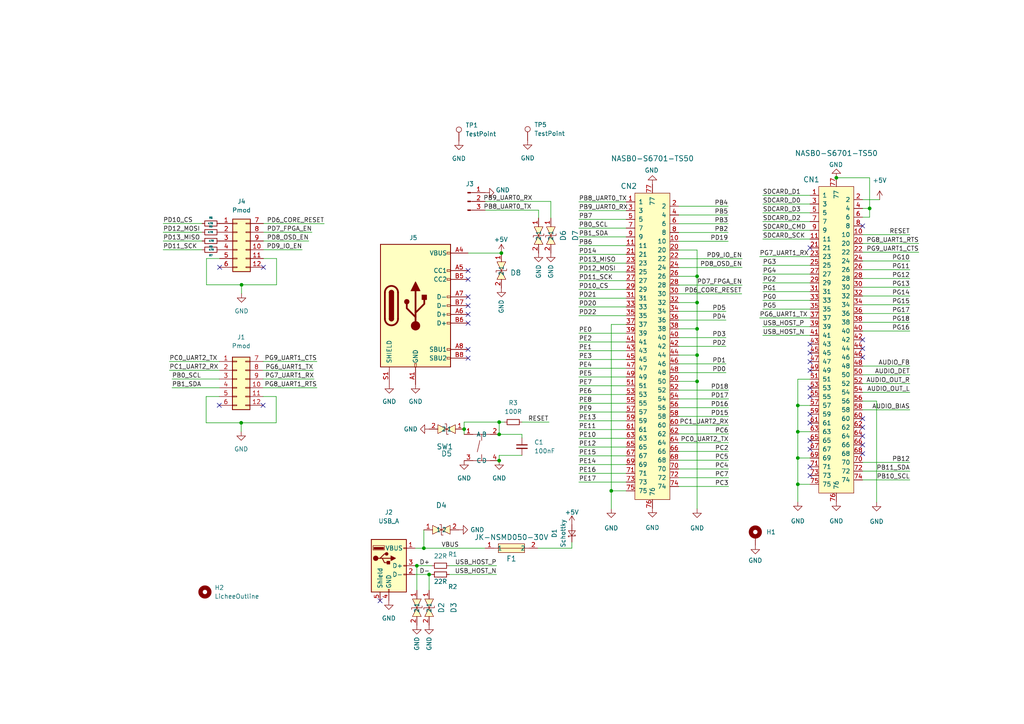
<source format=kicad_sch>
(kicad_sch (version 20211123) (generator eeschema)
  (paper "A4")
  (title_block (title "MiSTeX Allwinner D1 cape for Terasic DECA") (date "2023-03-02") (rev "rev0") (company "Hans Baier"))
  (lib_symbols
    (symbol "Connector:Conn_01x03_Male" (pin_names (offset 1.016) hide)
      (property "Reference" "J" (at 0 5.08 0))
      (property "Value" "Conn_01x03_Male" (at 0 -5.08 0))
      (symbol "Conn_01x03_Male_1_1"
        (polyline (pts (xy 1.27 -2.54) (xy 0.8636 -2.54)) (stroke (width 0.1524)))
        (polyline (pts (xy 1.27 0) (xy 0.8636 0)) (stroke (width 0.1524)))
        (polyline (pts (xy 1.27 2.54) (xy 0.8636 2.54)) (stroke (width 0.1524)))
        (rectangle (start 0.8636 -2.413) (end 0 -2.667) (stroke (width 0.1524)) (fill (type outline)))
        (rectangle (start 0.8636 0.127) (end 0 -0.127) (stroke (width 0.1524)) (fill (type outline)))
        (rectangle (start 0.8636 2.667) (end 0 2.413) (stroke (width 0.1524)) (fill (type outline)))
        (pin passive line (at 5.08 2.54 180) (length 3.81) (name "Pin_1") (number "1"))
        (pin passive line (at 5.08 0 180) (length 3.81) (name "Pin_2") (number "2"))
        (pin passive line (at 5.08 -2.54 180) (length 3.81) (name "Pin_3") (number "3"))
      )
    )
    (symbol "Connector:TestPoint" (pin_numbers hide) (pin_names (offset 0.762) hide)
      (property "Reference" "TP" (at 0 6.858 0))
      (property "Value" "TestPoint" (at 0 5.08 0))
      (symbol "TestPoint_0_1"
        (circle (center 0 3.302) (radius 0.762))
      )
      (symbol "TestPoint_1_1"
        (pin passive line (at 0 0 90) (length 2.54) (name "1") (number "1"))
      )
    )
    (symbol "Connector:USB_A" (pin_names (offset 1.016))
      (property "Reference" "J" (at -5.08 11.43 0))
      (property "Value" "USB_A" (at -5.08 8.89 0))
      (symbol "USB_A_0_1"
        (rectangle (start -5.08 -7.62) (end 5.08 7.62) (stroke (width 0.254)) (fill (type background)))
        (circle (center -3.81 2.159) (radius 0.635) (stroke (width 0.254)) (fill (type outline)))
        (rectangle (start -1.524 4.826) (end -4.318 5.334) (fill (type outline)))
        (rectangle (start -1.27 4.572) (end -4.572 5.842))
        (circle (center -0.635 3.429) (radius 0.381) (stroke (width 0.254)) (fill (type outline)))
        (rectangle (start -0.127 -7.62) (end 0.127 -6.858))
        (polyline (pts (xy -3.175 2.159) (xy -2.54 2.159) (xy -1.27 3.429) (xy -0.635 3.429)) (stroke (width 0.254)))
        (polyline (pts (xy -2.54 2.159) (xy -1.905 2.159) (xy -1.27 0.889) (xy 0 0.889)) (stroke (width 0.254)))
        (polyline (pts (xy 0.635 2.794) (xy 0.635 1.524) (xy 1.905 2.159) (xy 0.635 2.794)) (stroke (width 0.254)) (fill (type outline)))
        (rectangle (start 0.254 1.27) (end -0.508 0.508) (stroke (width 0.254)) (fill (type outline)))
        (rectangle (start 5.08 -2.667) (end 4.318 -2.413))
        (rectangle (start 5.08 -0.127) (end 4.318 0.127))
        (rectangle (start 5.08 4.953) (end 4.318 5.207))
      )
      (symbol "USB_A_1_1"
        (polyline (pts (xy -1.905 2.159) (xy 0.635 2.159)) (stroke (width 0.254)))
        (pin power_in line (at 7.62 5.08 180) (length 2.54) (name "VBUS") (number "1"))
        (pin bidirectional line (at 7.62 -2.54 180) (length 2.54) (name "D-") (number "2"))
        (pin bidirectional line (at 7.62 0 180) (length 2.54) (name "D+") (number "3"))
        (pin power_in line (at 0 -10.16 90) (length 2.54) (name "GND") (number "4"))
        (pin passive line (at -2.54 -10.16 90) (length 2.54) (name "Shield") (number "5"))
      )
    )
    (symbol "Connector_Generic:Conn_02x06_Top_Bottom" (pin_names (offset 1.016) hide)
      (property "Reference" "J" (at 1.27 7.62 0))
      (property "Value" "Conn_02x06_Top_Bottom" (at 1.27 -10.16 0))
      (symbol "Conn_02x06_Top_Bottom_1_1"
        (rectangle (start -1.27 -7.493) (end 0 -7.747) (stroke (width 0.1524)))
        (rectangle (start -1.27 -4.953) (end 0 -5.207) (stroke (width 0.1524)))
        (rectangle (start -1.27 -2.413) (end 0 -2.667) (stroke (width 0.1524)))
        (rectangle (start -1.27 0.127) (end 0 -0.127) (stroke (width 0.1524)))
        (rectangle (start -1.27 2.667) (end 0 2.413) (stroke (width 0.1524)))
        (rectangle (start -1.27 5.207) (end 0 4.953) (stroke (width 0.1524)))
        (rectangle (start -1.27 6.35) (end 3.81 -8.89) (stroke (width 0.254)) (fill (type background)))
        (rectangle (start 3.81 -7.493) (end 2.54 -7.747) (stroke (width 0.1524)))
        (rectangle (start 3.81 -4.953) (end 2.54 -5.207) (stroke (width 0.1524)))
        (rectangle (start 3.81 -2.413) (end 2.54 -2.667) (stroke (width 0.1524)))
        (rectangle (start 3.81 0.127) (end 2.54 -0.127) (stroke (width 0.1524)))
        (rectangle (start 3.81 2.667) (end 2.54 2.413) (stroke (width 0.1524)))
        (rectangle (start 3.81 5.207) (end 2.54 4.953) (stroke (width 0.1524)))
        (pin passive line (at -5.08 5.08 0) (length 3.81) (name "Pin_1") (number "1"))
        (pin passive line (at 7.62 -2.54 180) (length 3.81) (name "Pin_10") (number "10"))
        (pin passive line (at 7.62 -5.08 180) (length 3.81) (name "Pin_11") (number "11"))
        (pin passive line (at 7.62 -7.62 180) (length 3.81) (name "Pin_12") (number "12"))
        (pin passive line (at -5.08 2.54 0) (length 3.81) (name "Pin_2") (number "2"))
        (pin passive line (at -5.08 0 0) (length 3.81) (name "Pin_3") (number "3"))
        (pin passive line (at -5.08 -2.54 0) (length 3.81) (name "Pin_4") (number "4"))
        (pin passive line (at -5.08 -5.08 0) (length 3.81) (name "Pin_5") (number "5"))
        (pin passive line (at -5.08 -7.62 0) (length 3.81) (name "Pin_6") (number "6"))
        (pin passive line (at 7.62 5.08 180) (length 3.81) (name "Pin_7") (number "7"))
        (pin passive line (at 7.62 2.54 180) (length 3.81) (name "Pin_8") (number "8"))
        (pin passive line (at 7.62 0 180) (length 3.81) (name "Pin_9") (number "9"))
      )
    )
    (symbol "Device:D_Schottky_Small" (pin_numbers hide) (pin_names (offset 0.254) hide)
      (property "Reference" "D" (at -1.27 2.032 0))
      (property "Value" "D_Schottky_Small" (at -7.112 -2.032 0))
      (symbol "D_Schottky_Small_0_1"
        (polyline (pts (xy -0.762 -1.016) (xy -0.762 1.016)))
        (polyline (pts (xy -0.762 0) (xy 0.762 0)))
        (polyline (pts (xy -0.762 -1.016) (xy -0.508 -1.016) (xy -0.508 -0.762)))
        (polyline (pts (xy -0.762 1.016) (xy -1.016 1.016) (xy -1.016 0.762)))
        (polyline (pts (xy 0.762 -1.016) (xy -0.762 0) (xy 0.762 1.016) (xy 0.762 -1.016)))
      )
      (symbol "D_Schottky_Small_1_1"
        (pin passive line (at -2.54 0 0) (length 1.778) (name "K") (number "1"))
        (pin passive line (at 2.54 0 180) (length 1.778) (name "A") (number "2"))
      )
    )
    (symbol "Mechanical:MountingHole" (pin_names (offset 1.016))
      (property "Reference" "H" (at 0 5.08 0))
      (property "Value" "MountingHole" (at 0 3.175 0))
      (symbol "MountingHole_0_1"
        (circle (center 0 0) (radius 1.27) (stroke (width 1.27)))
      )
    )
    (symbol "Mechanical:MountingHole_Pad" (pin_numbers hide) (pin_names (offset 1.016) hide)
      (property "Reference" "H" (at 0 6.35 0))
      (property "Value" "MountingHole_Pad" (at 0 4.445 0))
      (symbol "MountingHole_Pad_0_1"
        (circle (center 0 1.27) (radius 1.27) (stroke (width 1.27)))
      )
      (symbol "MountingHole_Pad_1_1"
        (pin input line (at 0 -2.54 90) (length 2.54) (name "1") (number "1"))
      )
    )
    (symbol "easyeda2kicad:JK-NSMD050-30V" (pin_names (offset 1.016))
      (property "Reference" "F?" (at 0 5.08 0))
      (property "Value" "JK-NSMD050-30V" (at 0 -5.08 0))
      (symbol "JK-NSMD050-30V_1_1"
        (rectangle (start -3.81 1.27) (end 3.81 -1.27) (fill (type background)))
        (polyline (pts (xy -5.08 0) (xy 5.08 0)))
        (pin unspecified line (at -7.62 0 0) (length 2.54) (name "1") (number "1"))
        (pin unspecified line (at 7.62 0 180) (length 2.54) (name "2") (number "2"))
      )
    )
    (symbol "easyeda2kicad:LXES15AAA1-133" (pin_names (offset 1.016))
      (property "Reference" "D?" (at 0 5.08 0))
      (property "Value" "LXES15AAA1-133" (at 0 -5.08 0))
      (symbol "LXES15AAA1-133_1_1"
        (polyline (pts (xy -2.54 1.27) (xy 0 0) (xy -2.54 -1.27) (xy -2.54 1.27)) (fill (type background)))
        (polyline (pts (xy 2.54 1.27) (xy 0 0) (xy 2.54 -1.27) (xy 2.54 1.27)) (fill (type background)))
        (polyline (pts (xy -0.508 1.524) (xy -0.508 1.524) (xy 0 1.524) (xy 0 -1.524) (xy 0.508 -1.524) (xy 0.508 -1.524)))
        (pin unspecified line (at -5.08 0 0) (length 2.54) (name "1") (number "1"))
        (pin unspecified line (at 5.08 0 180) (length 2.54) (name "2") (number "2"))
      )
    )
    (symbol "easyeda2kicad:NASB0-S6701-TS50" (pin_names (offset 1.016))
      (property "Reference" "CN?" (at 0 57.15 0))
      (property "Value" "NASB0-S6701-TS50" (at 0 -46.99 0))
      (symbol "NASB0-S6701-TS50_1_1"
        (rectangle (start -5.08 49.53) (end 5.08 -39.37) (fill (type background)))
        (pin unspecified line (at -7.62 46.99 0) (length 2.54) (name "1") (number "1"))
        (pin unspecified line (at 7.62 35.56 180) (length 2.54) (name "10") (number "10"))
        (pin unspecified line (at -7.62 34.29 0) (length 2.54) (name "11") (number "11"))
        (pin unspecified line (at 7.62 45.72 180) (length 2.54) (name "2") (number "2"))
        (pin unspecified line (at 7.62 33.02 180) (length 2.54) (name "20") (number "20"))
        (pin unspecified line (at -7.62 31.75 0) (length 2.54) (name "21") (number "21"))
        (pin unspecified line (at 7.62 30.48 180) (length 2.54) (name "22") (number "22"))
        (pin unspecified line (at -7.62 29.21 0) (length 2.54) (name "23") (number "23"))
        (pin unspecified line (at 7.62 27.94 180) (length 2.54) (name "24") (number "24"))
        (pin unspecified line (at -7.62 26.67 0) (length 2.54) (name "25") (number "25"))
        (pin unspecified line (at 7.62 25.4 180) (length 2.54) (name "26") (number "26"))
        (pin unspecified line (at -7.62 24.13 0) (length 2.54) (name "27") (number "27"))
        (pin unspecified line (at 7.62 22.86 180) (length 2.54) (name "28") (number "28"))
        (pin unspecified line (at -7.62 21.59 0) (length 2.54) (name "29") (number "29"))
        (pin unspecified line (at -7.62 44.45 0) (length 2.54) (name "3") (number "3"))
        (pin unspecified line (at 7.62 20.32 180) (length 2.54) (name "30") (number "30"))
        (pin unspecified line (at -7.62 19.05 0) (length 2.54) (name "31") (number "31"))
        (pin unspecified line (at 7.62 17.78 180) (length 2.54) (name "32") (number "32"))
        (pin unspecified line (at -7.62 16.51 0) (length 2.54) (name "33") (number "33"))
        (pin unspecified line (at 7.62 15.24 180) (length 2.54) (name "34") (number "34"))
        (pin unspecified line (at -7.62 13.97 0) (length 2.54) (name "35") (number "35"))
        (pin unspecified line (at 7.62 12.7 180) (length 2.54) (name "36") (number "36"))
        (pin unspecified line (at -7.62 11.43 0) (length 2.54) (name "37") (number "37"))
        (pin unspecified line (at 7.62 10.16 180) (length 2.54) (name "38") (number "38"))
        (pin unspecified line (at -7.62 8.89 0) (length 2.54) (name "39") (number "39"))
        (pin unspecified line (at 7.62 43.18 180) (length 2.54) (name "4") (number "4"))
        (pin unspecified line (at 7.62 7.62 180) (length 2.54) (name "40") (number "40"))
        (pin unspecified line (at -7.62 6.35 0) (length 2.54) (name "41") (number "41"))
        (pin unspecified line (at 7.62 5.08 180) (length 2.54) (name "42") (number "42"))
        (pin unspecified line (at -7.62 3.81 0) (length 2.54) (name "43") (number "43"))
        (pin unspecified line (at 7.62 2.54 180) (length 2.54) (name "44") (number "44"))
        (pin unspecified line (at -7.62 1.27 0) (length 2.54) (name "45") (number "45"))
        (pin unspecified line (at 7.62 0 180) (length 2.54) (name "46") (number "46"))
        (pin unspecified line (at -7.62 -1.27 0) (length 2.54) (name "47") (number "47"))
        (pin unspecified line (at 7.62 -2.54 180) (length 2.54) (name "48") (number "48"))
        (pin unspecified line (at -7.62 -3.81 0) (length 2.54) (name "49") (number "49"))
        (pin unspecified line (at -7.62 41.91 0) (length 2.54) (name "5") (number "5"))
        (pin unspecified line (at 7.62 -5.08 180) (length 2.54) (name "50") (number "50"))
        (pin unspecified line (at -7.62 -6.35 0) (length 2.54) (name "51") (number "51"))
        (pin unspecified line (at 7.62 -7.62 180) (length 2.54) (name "52") (number "52"))
        (pin unspecified line (at -7.62 -8.89 0) (length 2.54) (name "53") (number "53"))
        (pin unspecified line (at 7.62 -10.16 180) (length 2.54) (name "54") (number "54"))
        (pin unspecified line (at -7.62 -11.43 0) (length 2.54) (name "55") (number "55"))
        (pin unspecified line (at 7.62 -12.7 180) (length 2.54) (name "56") (number "56"))
        (pin unspecified line (at -7.62 -13.97 0) (length 2.54) (name "57") (number "57"))
        (pin unspecified line (at 7.62 -15.24 180) (length 2.54) (name "58") (number "58"))
        (pin unspecified line (at -7.62 -16.51 0) (length 2.54) (name "59") (number "59"))
        (pin unspecified line (at 7.62 40.64 180) (length 2.54) (name "6") (number "6"))
        (pin unspecified line (at 7.62 -17.78 180) (length 2.54) (name "60") (number "60"))
        (pin unspecified line (at -7.62 -19.05 0) (length 2.54) (name "61") (number "61"))
        (pin unspecified line (at 7.62 -20.32 180) (length 2.54) (name "62") (number "62"))
        (pin unspecified line (at -7.62 -21.59 0) (length 2.54) (name "63") (number "63"))
        (pin unspecified line (at 7.62 -22.86 180) (length 2.54) (name "64") (number "64"))
        (pin unspecified line (at -7.62 -24.13 0) (length 2.54) (name "65") (number "65"))
        (pin unspecified line (at 7.62 -25.4 180) (length 2.54) (name "66") (number "66"))
        (pin unspecified line (at -7.62 -26.67 0) (length 2.54) (name "67") (number "67"))
        (pin unspecified line (at 7.62 -27.94 180) (length 2.54) (name "68") (number "68"))
        (pin unspecified line (at -7.62 -29.21 0) (length 2.54) (name "69") (number "69"))
        (pin unspecified line (at -7.62 39.37 0) (length 2.54) (name "7") (number "7"))
        (pin unspecified line (at 7.62 -30.48 180) (length 2.54) (name "70") (number "70"))
        (pin unspecified line (at -7.62 -31.75 0) (length 2.54) (name "71") (number "71"))
        (pin unspecified line (at 7.62 -33.02 180) (length 2.54) (name "72") (number "72"))
        (pin unspecified line (at -7.62 -34.29 0) (length 2.54) (name "73") (number "73"))
        (pin unspecified line (at 7.62 -35.56 180) (length 2.54) (name "74") (number "74"))
        (pin unspecified line (at -7.62 -36.83 0) (length 2.54) (name "75") (number "75"))
        (pin unspecified line (at 0 -41.91 90) (length 2.54) (name "76") (number "76"))
        (pin unspecified line (at 0 52.07 270) (length 2.54) (name "77") (number "77"))
        (pin unspecified line (at 7.62 38.1 180) (length 2.54) (name "8") (number "8"))
        (pin unspecified line (at -7.62 36.83 0) (length 2.54) (name "9") (number "9"))
      )
    )
    (symbol "easyeda2kicad:TS-1187A-B-A-B" (pin_names (offset 1.016))
      (property "Reference" "SW?" (at 0 7.62 0))
      (property "Value" "TS-1187A-B-A-B" (at 0 -10.16 0))
      (symbol "TS-1187A-B-A-B_1_1"
        (polyline (pts (xy -2.54 -5.08) (xy 2.54 -5.08)))
        (polyline (pts (xy -2.54 2.54) (xy 2.54 2.54)))
        (polyline (pts (xy -0.508 0.762) (xy -1.27 -2.54)))
        (polyline (pts (xy 0 -3.302) (xy 0 -5.08)))
        (polyline (pts (xy 0 0.762) (xy 0 2.54)))
        (pin unspecified line (at -5.08 2.54 0) (length 2.54) (name "A") (number "1"))
        (pin unspecified line (at 5.08 2.54 180) (length 2.54) (name "B") (number "2"))
        (pin unspecified line (at -5.08 -5.08 0) (length 2.54) (name "C") (number "3"))
        (pin unspecified line (at 5.08 -5.08 180) (length 2.54) (name "D") (number "4"))
      )
    )
    (symbol "jlcpcb-basic-mlcc-0402:100nF" (pin_numbers hide) (pin_names (offset 0.254) hide)
      (property "Reference" "C" (at 0.635 2.54 0))
      (property "Value" "100nF" (at 0.635 -2.54 0))
      (symbol "100nF_0_1"
        (polyline (pts (xy -1.524 -0.508) (xy 1.524 -0.508)) (stroke (width 0.3302)))
        (polyline (pts (xy -1.524 0.508) (xy 1.524 0.508)) (stroke (width 0.3048)))
      )
      (symbol "100nF_1_1"
        (pin passive line (at 0 2.54 270) (length 2.032) (name "~") (number "1"))
        (pin passive line (at 0 -2.54 90) (length 2.032) (name "~") (number "2"))
      )
    )
    (symbol "jlcpcb-basic-resistor-0402:100R" (pin_numbers hide) (pin_names (offset 1.016) hide)
      (property "Reference" "R" (at 2.032 0 90))
      (property "Value" "100R" (at 0 0 90))
      (symbol "100R_0_1"
        (rectangle (start -0.762 1.778) (end 0.762 -1.778) (stroke (width 0.2032)))
      )
      (symbol "100R_1_1"
        (pin passive line (at 0 2.54 270) (length 0.762) (name "~") (number "1"))
        (pin passive line (at 0 -2.54 90) (length 0.762) (name "~") (number "2"))
      )
    )
    (symbol "jlcpcb-basic-resistor-0402:22R" (pin_numbers hide) (pin_names (offset 1.016) hide)
      (property "Reference" "R" (at 2.032 0 90))
      (property "Value" "22R" (at 0 0 90))
      (symbol "22R_0_1"
        (rectangle (start -0.762 1.778) (end 0.762 -1.778) (stroke (width 0.2032)))
      )
      (symbol "22R_1_1"
        (pin passive line (at 0 2.54 270) (length 0.762) (name "~") (number "1"))
        (pin passive line (at 0 -2.54 90) (length 0.762) (name "~") (number "2"))
      )
    )
    (symbol "jlcpcb-basic-resistor-0402:47R" (pin_numbers hide) (pin_names (offset 1.016) hide)
      (property "Reference" "R" (at 2.032 0 90))
      (property "Value" "47R" (at 0 0 90))
      (symbol "47R_0_1"
        (rectangle (start -0.762 1.778) (end 0.762 -1.778) (stroke (width 0.2032)))
      )
      (symbol "47R_1_1"
        (pin passive line (at 0 2.54 270) (length 0.762) (name "~") (number "1"))
        (pin passive line (at 0 -2.54 90) (length 0.762) (name "~") (number "2"))
      )
    )
    (symbol "power:+5V" (power) (pin_names (offset 0))
      (property "Value" "+5V" (at 0 3.556 0))
      (symbol "+5V_0_1"
        (polyline (pts (xy -0.762 1.27) (xy 0 2.54)))
        (polyline (pts (xy 0 0) (xy 0 2.54)))
        (polyline (pts (xy 0 2.54) (xy 0.762 1.27)))
      )
      (symbol "+5V_1_1"
        (pin power_in line (at 0 0 90) (length 0) hide (name "+5V") (number "1"))
      )
    )
    (symbol "power:GND" (power) (pin_names (offset 0))
      (property "Value" "GND" (at 0 -3.81 0))
      (symbol "GND_0_1"
        (polyline (pts (xy 0 0) (xy 0 -1.27) (xy 1.27 -1.27) (xy 0 -2.54) (xy -1.27 -1.27) (xy 0 -1.27)))
      )
      (symbol "GND_1_1"
        (pin power_in line (at 0 0 270) (length 0) hide (name "GND") (number "1"))
      )
    )
    (symbol "usb_ulpi:Connector_USB_C_Receptacle_USB2.0" (pin_names (offset 1.016))
      (property "Reference" "J" (at -10.16 19.05 0))
      (property "Value" "Connector_USB_C_Receptacle_USB2.0" (at 19.05 19.05 0))
      (symbol "Connector_USB_C_Receptacle_USB2.0_0_0"
        (rectangle (start -0.254 -17.78) (end 0.254 -16.764))
        (rectangle (start 10.16 -14.986) (end 9.144 -15.494))
        (rectangle (start 10.16 -12.446) (end 9.144 -12.954))
        (rectangle (start 10.16 -4.826) (end 9.144 -5.334))
        (rectangle (start 10.16 -2.286) (end 9.144 -2.794))
        (rectangle (start 10.16 0.254) (end 9.144 -0.254))
        (rectangle (start 10.16 2.794) (end 9.144 2.286))
        (rectangle (start 10.16 7.874) (end 9.144 7.366))
        (rectangle (start 10.16 10.414) (end 9.144 9.906))
        (rectangle (start 10.16 15.494) (end 9.144 14.986))
      )
      (symbol "Connector_USB_C_Receptacle_USB2.0_0_1"
        (rectangle (start -10.16 17.78) (end 10.16 -17.78) (stroke (width 0.254)) (fill (type background)))
        (arc (start -8.89 -3.81) (mid -6.985 -5.715) (end -5.08 -3.81) (stroke (width 0.508)))
        (arc (start -7.62 -3.81) (mid -6.985 -4.445) (end -6.35 -3.81) (stroke (width 0.254)))
        (arc (start -7.62 -3.81) (mid -6.985 -4.445) (end -6.35 -3.81) (stroke (width 0.254)) (fill (type outline)))
        (rectangle (start -7.62 -3.81) (end -6.35 3.81) (stroke (width 0.254)) (fill (type outline)))
        (arc (start -6.35 3.81) (mid -6.985 4.445) (end -7.62 3.81) (stroke (width 0.254)))
        (arc (start -6.35 3.81) (mid -6.985 4.445) (end -7.62 3.81) (stroke (width 0.254)) (fill (type outline)))
        (arc (start -5.08 3.81) (mid -6.985 5.715) (end -8.89 3.81) (stroke (width 0.508)))
        (circle (center -2.54 1.143) (radius 0.635) (stroke (width 0.254)) (fill (type outline)))
        (circle (center 0 -5.842) (radius 1.27) (fill (type outline)))
        (polyline (pts (xy -8.89 -3.81) (xy -8.89 3.81)) (stroke (width 0.508)))
        (polyline (pts (xy -5.08 3.81) (xy -5.08 -3.81)) (stroke (width 0.508)))
        (polyline (pts (xy 0 -5.842) (xy 0 4.318)) (stroke (width 0.508)))
        (polyline (pts (xy 0 -3.302) (xy -2.54 -0.762) (xy -2.54 0.508)) (stroke (width 0.508)))
        (polyline (pts (xy 0 -2.032) (xy 2.54 0.508) (xy 2.54 1.778)) (stroke (width 0.508)))
        (polyline (pts (xy -1.27 4.318) (xy 0 6.858) (xy 1.27 4.318) (xy -1.27 4.318)) (stroke (width 0.254)) (fill (type outline)))
        (rectangle (start 1.905 1.778) (end 3.175 3.048) (stroke (width 0.254)) (fill (type outline)))
      )
      (symbol "Connector_USB_C_Receptacle_USB2.0_1_1"
        (pin passive line (at 0 -22.86 90) (length 5.08) (name "GND") (number "A1"))
        (pin passive line (at 0 -22.86 90) (length 5.08) hide (name "GND") (number "A12"))
        (pin passive line (at 15.24 15.24 180) (length 5.08) (name "VBUS") (number "A4"))
        (pin bidirectional line (at 15.24 10.16 180) (length 5.08) (name "CC1") (number "A5"))
        (pin bidirectional line (at 15.24 -2.54 180) (length 5.08) (name "D+") (number "A6"))
        (pin bidirectional line (at 15.24 2.54 180) (length 5.08) (name "D-") (number "A7"))
        (pin bidirectional line (at 15.24 -12.7 180) (length 5.08) (name "SBU1") (number "A8"))
        (pin passive line (at 15.24 15.24 180) (length 5.08) hide (name "VBUS") (number "A9"))
        (pin passive line (at 0 -22.86 90) (length 5.08) hide (name "GND") (number "B1"))
        (pin passive line (at 0 -22.86 90) (length 5.08) hide (name "GND") (number "B12"))
        (pin passive line (at 15.24 15.24 180) (length 5.08) hide (name "VBUS") (number "B4"))
        (pin bidirectional line (at 15.24 7.62 180) (length 5.08) (name "CC2") (number "B5"))
        (pin bidirectional line (at 15.24 -5.08 180) (length 5.08) (name "D+") (number "B6"))
        (pin bidirectional line (at 15.24 0 180) (length 5.08) (name "D-") (number "B7"))
        (pin bidirectional line (at 15.24 -15.24 180) (length 5.08) (name "SBU2") (number "B8"))
        (pin passive line (at 15.24 15.24 180) (length 5.08) hide (name "VBUS") (number "B9"))
        (pin passive line (at -7.62 -22.86 90) (length 5.08) (name "SHIELD") (number "S1"))
      )
    )
  )
  (junction (at 231.394 125.222))
  (junction (at 70.0532 82.6008))
  (junction (at 124.46 166.624))
  (junction (at 144.78 125.984))
  (junction (at 69.9516 122.6312))
  (junction (at 202.184 110.617))
  (junction (at 134.62 124.46))
  (junction (at 145.415 73.406))
  (junction (at 231.394 117.602))
  (junction (at 242.57 51.562))
  (junction (at 231.394 132.842))
  (junction (at 177.292 142.367))
  (junction (at 120.904 164.084))
  (junction (at 144.78 133.604))
  (junction (at 202.184 80.137))
  (junction (at 231.394 140.462))
  (junction (at 144.78 122.428))
  (junction (at 202.184 87.757))
  (junction (at 202.184 95.377))
  (junction (at 122.936 159.004))
  (junction (at 202.184 102.997))
  (junction (at 252.222 60.452))
  (no_connect (at 250.19 131.572))
  (no_connect (at 135.763 103.886))
  (no_connect (at 135.763 88.646))
  (no_connect (at 110.236 174.244))
  (no_connect (at 135.763 93.726))
  (no_connect (at 250.19 129.032))
  (no_connect (at 234.95 71.882))
  (no_connect (at 250.19 65.532))
  (no_connect (at 135.763 81.026))
  (no_connect (at 234.95 115.062))
  (no_connect (at 234.95 104.902))
  (no_connect (at 234.95 120.142))
  (no_connect (at 250.19 103.632))
  (no_connect (at 250.19 126.492))
  (no_connect (at 135.763 101.346))
  (no_connect (at 234.95 102.362))
  (no_connect (at 234.95 137.922))
  (no_connect (at 76.4032 77.5208))
  (no_connect (at 63.7032 77.5208))
  (no_connect (at 250.19 121.412))
  (no_connect (at 234.95 130.302))
  (no_connect (at 250.19 98.552))
  (no_connect (at 135.763 86.106))
  (no_connect (at 250.19 101.092))
  (no_connect (at 234.95 99.822))
  (no_connect (at 234.95 127.762))
  (no_connect (at 250.19 123.952))
  (no_connect (at 234.95 112.522))
  (no_connect (at 135.763 78.486))
  (no_connect (at 135.763 91.186))
  (no_connect (at 63.6016 117.5512))
  (no_connect (at 76.3016 117.5512))
  (no_connect (at 234.95 107.442))
  (no_connect (at 234.95 135.382))
  (no_connect (at 234.95 122.682))
  (wire (pts (xy 250.19 57.912) (xy 255.143 57.912)))
  (wire (pts (xy 76.3016 112.4712) (xy 91.9226 112.4712)))
  (wire (pts (xy 250.19 83.312) (xy 263.906 83.312)))
  (wire (pts (xy 177.292 94.107) (xy 177.292 142.367)))
  (wire (pts (xy 120.904 164.084) (xy 120.904 171.196)))
  (wire (pts (xy 221.234 66.802) (xy 234.95 66.802)))
  (wire (pts (xy 59.7916 115.0112) (xy 59.7916 122.6312)))
  (wire (pts (xy 181.61 94.107) (xy 177.292 94.107)))
  (wire (pts (xy 231.394 132.842) (xy 231.394 140.462)))
  (wire (pts (xy 221.234 59.182) (xy 234.95 59.182)))
  (wire (pts (xy 134.62 122.428) (xy 144.78 122.428)))
  (wire (pts (xy 196.85 59.817) (xy 211.201 59.817)))
  (wire (pts (xy 196.85 113.157) (xy 211.328 113.157)))
  (wire (pts (xy 167.894 134.747) (xy 181.61 134.747)))
  (wire (pts (xy 167.894 81.407) (xy 181.61 81.407)))
  (wire (pts (xy 167.894 122.047) (xy 181.61 122.047)))
  (wire (pts (xy 63.6016 112.4712) (xy 49.8856 112.4712)))
  (wire (pts (xy 250.19 62.992) (xy 252.222 62.992)))
  (wire (pts (xy 250.19 139.192) (xy 263.906 139.192)))
  (wire (pts (xy 87.63 72.4408) (xy 76.4032 72.4408)))
  (wire (pts (xy 167.894 109.347) (xy 181.61 109.347)))
  (wire (pts (xy 196.85 72.517) (xy 202.184 72.517)))
  (wire (pts (xy 196.85 95.377) (xy 202.184 95.377)))
  (wire (pts (xy 122.936 159.004) (xy 140.716 159.004)))
  (wire (pts (xy 69.9516 122.6312) (xy 59.7916 122.6312)))
  (wire (pts (xy 80.2132 82.6008) (xy 70.0532 82.6008)))
  (wire (pts (xy 196.85 110.617) (xy 202.184 110.617)))
  (wire (pts (xy 196.85 141.097) (xy 211.328 141.097)))
  (wire (pts (xy 221.234 94.742) (xy 234.95 94.742)))
  (wire (pts (xy 167.894 73.787) (xy 181.61 73.787)))
  (wire (pts (xy 76.3016 115.0112) (xy 80.1116 115.0112)))
  (wire (pts (xy 155.956 159.004) (xy 165.862 159.004)))
  (wire (pts (xy 76.3016 104.8512) (xy 91.9226 104.8512)))
  (wire (pts (xy 202.184 80.137) (xy 202.184 87.757)))
  (wire (pts (xy 135.763 73.406) (xy 145.415 73.406)))
  (wire (pts (xy 250.19 93.472) (xy 263.906 93.472)))
  (wire (pts (xy 210.566 97.917) (xy 196.85 97.917)))
  (wire (pts (xy 167.894 114.427) (xy 181.61 114.427)))
  (wire (pts (xy 234.95 117.602) (xy 231.394 117.602)))
  (wire (pts (xy 134.62 124.46) (xy 134.62 122.428)))
  (wire (pts (xy 167.894 86.487) (xy 181.61 86.487)))
  (wire (pts (xy 177.292 142.367) (xy 181.61 142.367)))
  (wire (pts (xy 250.19 96.012) (xy 263.906 96.012)))
  (wire (pts (xy 242.57 51.562) (xy 252.222 51.562)))
  (wire (pts (xy 196.85 67.437) (xy 211.201 67.437)))
  (wire (pts (xy 151.384 122.428) (xy 159.258 122.428)))
  (wire (pts (xy 151.384 132.08) (xy 144.78 132.08)))
  (wire (pts (xy 144.78 122.428) (xy 146.304 122.428)))
  (wire (pts (xy 210.566 105.537) (xy 196.85 105.537)))
  (wire (pts (xy 202.184 110.617) (xy 202.184 147.574)))
  (wire (pts (xy 231.394 140.462) (xy 234.95 140.462)))
  (wire (pts (xy 250.19 113.792) (xy 263.906 113.792)))
  (wire (pts (xy 144.78 122.428) (xy 144.78 125.984)))
  (wire (pts (xy 167.894 139.827) (xy 181.61 139.827)))
  (wire (pts (xy 196.85 102.997) (xy 202.184 102.997)))
  (wire (pts (xy 167.894 127.127) (xy 181.61 127.127)))
  (wire (pts (xy 221.234 56.642) (xy 234.95 56.642)))
  (wire (pts (xy 196.85 80.137) (xy 202.184 80.137)))
  (wire (pts (xy 210.566 108.077) (xy 196.85 108.077)))
  (wire (pts (xy 196.85 69.977) (xy 211.201 69.977)))
  (wire (pts (xy 167.894 116.967) (xy 181.61 116.967)))
  (wire (pts (xy 167.894 101.727) (xy 181.61 101.727)))
  (wire (pts (xy 70.0532 85.1408) (xy 70.0532 82.6008)))
  (wire (pts (xy 59.8932 74.9808) (xy 63.7032 74.9808)))
  (wire (pts (xy 252.222 62.992) (xy 252.222 60.452)))
  (wire (pts (xy 196.85 118.237) (xy 211.328 118.237)))
  (wire (pts (xy 167.894 58.547) (xy 181.61 58.547)))
  (wire (pts (xy 167.894 61.087) (xy 181.61 61.087)))
  (wire (pts (xy 167.894 129.667) (xy 181.61 129.667)))
  (wire (pts (xy 250.19 118.872) (xy 263.906 118.872)))
  (wire (pts (xy 231.394 125.222) (xy 234.95 125.222)))
  (wire (pts (xy 196.85 123.317) (xy 211.328 123.317)))
  (wire (pts (xy 140.716 58.42) (xy 159.766 58.42)))
  (wire (pts (xy 58.6232 69.9008) (xy 47.3202 69.9008)))
  (wire (pts (xy 196.85 87.757) (xy 202.184 87.757)))
  (wire (pts (xy 254.254 145.669) (xy 254.254 116.332)))
  (wire (pts (xy 167.894 78.867) (xy 181.61 78.867)))
  (wire (pts (xy 234.95 87.122) (xy 221.234 87.122)))
  (wire (pts (xy 196.85 128.397) (xy 211.328 128.397)))
  (wire (pts (xy 165.862 159.004) (xy 165.862 157.226)))
  (wire (pts (xy 59.7916 115.0112) (xy 63.6016 115.0112)))
  (wire (pts (xy 80.1116 122.6312) (xy 69.9516 122.6312)))
  (wire (pts (xy 202.184 102.997) (xy 202.184 110.617)))
  (wire (pts (xy 120.396 159.004) (xy 122.936 159.004)))
  (wire (pts (xy 159.766 58.42) (xy 159.766 63.246)))
  (wire (pts (xy 250.19 80.772) (xy 263.906 80.772)))
  (wire (pts (xy 167.894 91.567) (xy 181.61 91.567)))
  (wire (pts (xy 120.396 164.084) (xy 120.904 164.084)))
  (wire (pts (xy 202.184 95.377) (xy 202.184 102.997)))
  (wire (pts (xy 76.4032 64.8208) (xy 94.0308 64.8716)))
  (wire (pts (xy 124.46 166.624) (xy 124.46 171.196)))
  (wire (pts (xy 196.85 120.777) (xy 211.328 120.777)))
  (wire (pts (xy 231.394 132.842) (xy 234.95 132.842)))
  (wire (pts (xy 89.5604 69.9008) (xy 76.4032 69.9008)))
  (wire (pts (xy 167.894 119.507) (xy 181.61 119.507)))
  (wire (pts (xy 63.6016 104.8512) (xy 49.1236 104.8512)))
  (wire (pts (xy 250.19 75.692) (xy 263.906 75.692)))
  (wire (pts (xy 167.894 66.167) (xy 181.61 66.167)))
  (wire (pts (xy 231.394 140.462) (xy 231.394 145.542)))
  (wire (pts (xy 167.894 132.207) (xy 181.61 132.207)))
  (wire (pts (xy 120.396 166.624) (xy 124.46 166.624)))
  (wire (pts (xy 49.8856 109.9312) (xy 63.6016 109.9312)))
  (wire (pts (xy 221.234 69.342) (xy 234.95 69.342)))
  (wire (pts (xy 167.894 68.707) (xy 181.61 68.707)))
  (wire (pts (xy 196.85 64.897) (xy 211.201 64.897)))
  (wire (pts (xy 231.394 117.602) (xy 231.394 125.222)))
  (wire (pts (xy 196.85 138.557) (xy 211.328 138.557)))
  (wire (pts (xy 210.566 90.297) (xy 196.85 90.297)))
  (wire (pts (xy 59.8932 74.9808) (xy 59.8932 82.6008)))
  (wire (pts (xy 234.95 89.662) (xy 221.234 89.662)))
  (wire (pts (xy 167.894 96.647) (xy 181.61 96.647)))
  (wire (pts (xy 252.222 60.452) (xy 250.19 60.452)))
  (wire (pts (xy 250.19 106.172) (xy 263.906 106.172)))
  (wire (pts (xy 196.85 130.937) (xy 211.328 130.937)))
  (wire (pts (xy 254.254 116.332) (xy 250.19 116.332)))
  (wire (pts (xy 144.018 164.084) (xy 130.302 164.084)))
  (wire (pts (xy 250.19 68.072) (xy 263.906 68.072)))
  (wire (pts (xy 196.85 125.857) (xy 211.328 125.857)))
  (wire (pts (xy 47.3202 67.3608) (xy 58.6232 67.3608)))
  (wire (pts (xy 63.6016 107.3912) (xy 49.1236 107.3912)))
  (wire (pts (xy 80.1116 115.0112) (xy 80.1116 122.6312)))
  (wire (pts (xy 250.19 70.612) (xy 266.4968 70.612)))
  (wire (pts (xy 250.19 90.932) (xy 263.906 90.932)))
  (wire (pts (xy 167.894 104.267) (xy 181.61 104.267)))
  (wire (pts (xy 144.78 125.984) (xy 151.384 125.984)))
  (wire (pts (xy 215.2396 82.7024) (xy 196.85 82.677)))
  (wire (pts (xy 167.894 124.587) (xy 181.61 124.587)))
  (wire (pts (xy 167.894 89.027) (xy 181.61 89.027)))
  (wire (pts (xy 215.138 85.217) (xy 196.85 85.217)))
  (wire (pts (xy 231.394 109.982) (xy 231.394 117.602)))
  (wire (pts (xy 144.78 132.08) (xy 144.78 133.604)))
  (wire (pts (xy 47.3202 64.8208) (xy 58.6232 64.8208)))
  (wire (pts (xy 210.566 92.837) (xy 196.85 92.837)))
  (wire (pts (xy 167.894 137.287) (xy 181.61 137.287)))
  (wire (pts (xy 167.894 76.327) (xy 181.61 76.327)))
  (wire (pts (xy 80.2132 74.9808) (xy 80.2132 82.6008)))
  (wire (pts (xy 231.394 109.982) (xy 234.95 109.982)))
  (wire (pts (xy 221.234 97.282) (xy 234.95 97.282)))
  (wire (pts (xy 177.292 142.367) (xy 177.292 147.574)))
  (wire (pts (xy 90.4748 67.3608) (xy 76.4032 67.3608)))
  (wire (pts (xy 250.19 108.712) (xy 263.906 108.712)))
  (wire (pts (xy 76.3016 107.3912) (xy 90.8812 107.442)))
  (wire (pts (xy 221.234 61.722) (xy 234.95 61.722)))
  (wire (pts (xy 234.95 76.962) (xy 221.234 76.962)))
  (wire (pts (xy 234.95 79.502) (xy 221.234 79.502)))
  (wire (pts (xy 140.716 60.96) (xy 156.21 60.96)))
  (wire (pts (xy 122.936 153.67) (xy 122.936 159.004)))
  (wire (pts (xy 167.894 99.187) (xy 181.61 99.187)))
  (wire (pts (xy 250.19 85.852) (xy 263.906 85.852)))
  (wire (pts (xy 250.19 136.652) (xy 263.906 136.652)))
  (wire (pts (xy 70.0532 82.6008) (xy 59.8932 82.6008)))
  (wire (pts (xy 215.2396 75.0316) (xy 196.85 75.057)))
  (wire (pts (xy 196.85 115.697) (xy 211.328 115.697)))
  (wire (pts (xy 196.85 62.357) (xy 211.201 62.357)))
  (wire (pts (xy 134.62 125.984) (xy 134.62 124.46)))
  (wire (pts (xy 221.234 64.262) (xy 234.95 64.262)))
  (wire (pts (xy 69.9516 125.1712) (xy 69.9516 122.6312)))
  (wire (pts (xy 167.894 83.947) (xy 181.61 83.947)))
  (wire (pts (xy 234.95 82.042) (xy 221.234 82.042)))
  (wire (pts (xy 151.384 125.984) (xy 151.384 127)))
  (wire (pts (xy 250.19 134.112) (xy 263.906 134.112)))
  (wire (pts (xy 250.19 73.152) (xy 266.4968 73.152)))
  (wire (pts (xy 167.894 111.887) (xy 181.61 111.887)))
  (wire (pts (xy 231.394 125.222) (xy 231.394 132.842)))
  (wire (pts (xy 250.19 88.392) (xy 263.906 88.392)))
  (wire (pts (xy 210.566 100.457) (xy 196.85 100.457)))
  (wire (pts (xy 196.85 136.017) (xy 211.328 136.017)))
  (wire (pts (xy 76.3016 109.9312) (xy 91.0844 109.9312)))
  (wire (pts (xy 202.184 87.757) (xy 202.184 95.377)))
  (wire (pts (xy 215.2396 77.5716) (xy 196.85 77.597)))
  (wire (pts (xy 167.894 63.627) (xy 181.61 63.627)))
  (wire (pts (xy 196.85 133.477) (xy 211.328 133.477)))
  (wire (pts (xy 167.894 71.247) (xy 181.61 71.247)))
  (wire (pts (xy 250.19 78.232) (xy 263.906 78.232)))
  (wire (pts (xy 124.46 166.624) (xy 125.222 166.624)))
  (wire (pts (xy 234.95 84.582) (xy 221.234 84.582)))
  (wire (pts (xy 202.184 72.517) (xy 202.184 80.137)))
  (wire (pts (xy 120.904 164.084) (xy 125.222 164.084)))
  (wire (pts (xy 234.95 74.422) (xy 220.3196 74.422)))
  (wire (pts (xy 250.19 111.252) (xy 263.906 111.252)))
  (wire (pts (xy 156.21 63.246) (xy 156.21 60.96)))
  (wire (pts (xy 252.222 51.562) (xy 252.222 60.452)))
  (wire (pts (xy 167.894 106.807) (xy 181.61 106.807)))
  (wire (pts (xy 234.95 92.202) (xy 220.3196 92.202)))
  (wire (pts (xy 144.018 166.624) (xy 130.302 166.624)))
  (wire (pts (xy 58.6232 72.4408) (xy 47.3202 72.4408)))
  (wire (pts (xy 76.4032 74.9808) (xy 80.2132 74.9808)))
  (label "PE10" (at 167.894 127.127 0))
  (label "PE14" (at 167.894 134.747 0))
  (label "PC1_UART2_RX" (at 211.328 123.317 180))
  (label "AUDIO_FB" (at 263.906 106.172 180))
  (label "PC2" (at 211.328 130.937 180))
  (label "PD5" (at 210.566 90.297 180))
  (label "PE0" (at 167.894 96.647 0))
  (label "PE13" (at 167.894 122.047 0))
  (label "PC7" (at 211.328 138.557 180))
  (label "PG14" (at 263.906 85.852 180))
  (label "PD6_CORE_RESET" (at 215.138 85.217 180))
  (label "PD21" (at 167.894 86.487 0))
  (label "PE15" (at 167.894 132.207 0))
  (label "PG15" (at 263.906 88.392 180))
  (label "PC4" (at 211.328 136.017 180))
  (label "PD18" (at 211.328 113.157 180))
  (label "PD10_CS" (at 47.3202 64.8208 0))
  (label "PG10" (at 263.906 75.692 180))
  (label "PD19" (at 211.201 69.977 180))
  (label "PB9_UART0_RX" (at 167.894 61.087 0))
  (label "PD2" (at 210.566 100.457 180))
  (label "SDCARD_D0" (at 221.234 59.182 0))
  (label "PG7_UART1_RX" (at 220.3196 74.422 0))
  (label "PE11" (at 167.894 124.587 0))
  (label "PE16" (at 167.894 137.287 0))
  (label "PD11_SCK" (at 47.3202 72.4408 0))
  (label "PB1_SDA" (at 167.894 68.707 0))
  (label "PD9_IO_EN" (at 215.2396 75.0316 180))
  (label "PD15" (at 211.328 120.777 180))
  (label "PG4" (at 221.234 79.502 0))
  (label "PD14" (at 167.894 73.787 0))
  (label "PG11" (at 263.906 78.232 180))
  (label "PC3" (at 211.328 141.097 180))
  (label "PB9_UART0_RX" (at 154.432 58.42 180))
  (label "PE5" (at 167.894 109.347 0))
  (label "PE3" (at 167.894 104.267 0))
  (label "PD13_MISO" (at 167.894 76.327 0))
  (label "SDCARD_D2" (at 221.234 64.262 0))
  (label "PG8_UART1_RTS" (at 266.4968 70.612 180))
  (label "PG1" (at 221.234 84.582 0))
  (label "USB_HOST_N" (at 221.234 97.282 0))
  (label "SDCARD_D1" (at 221.234 56.642 0))
  (label "PD1" (at 210.566 105.537 180))
  (label "RESET" (at 263.906 68.072 180))
  (label "PG8_UART1_RTS" (at 91.9226 112.4712 180))
  (label "PE2" (at 167.894 99.187 0))
  (label "PB10_SCL" (at 263.906 139.192 180))
  (label "PE9" (at 167.894 119.507 0))
  (label "PC0_UART2_TX" (at 211.328 128.397 180))
  (label "PD7_FPGA_EN" (at 90.4748 67.3608 180))
  (label "PG2" (at 221.234 82.042 0))
  (label "PG9_UART1_CTS" (at 266.4968 73.152 180))
  (label "RESET" (at 153.162 122.428 0))
  (label "PC6" (at 211.328 125.857 180))
  (label "SDCARD_SCK" (at 221.234 69.342 0))
  (label "PG9_UART1_CTS" (at 91.9226 104.8512 180))
  (label "PB12" (at 263.906 134.112 180))
  (label "PB5" (at 211.201 62.357 180))
  (label "PG12" (at 263.906 80.772 180))
  (label "PD17" (at 211.328 115.697 180))
  (label "PE8" (at 167.894 116.967 0))
  (label "PB8_UART0_TX" (at 154.178 60.96 180))
  (label "PD0" (at 210.566 108.077 180))
  (label "PG18" (at 263.906 93.472 180))
  (label "SDCARD_CMD" (at 221.234 66.802 0))
  (label "PG13" (at 263.906 83.312 180))
  (label "PD3" (at 210.566 97.917 180))
  (label "PB0_SCL" (at 49.8856 109.9312 0))
  (label "PE17" (at 167.894 139.827 0))
  (label "PD6_CORE_RESET" (at 94.0308 64.8716 180))
  (label "PD4" (at 210.566 92.837 180))
  (label "VBUS" (at 128.016 159.004 0))
  (label "PB8_UART0_TX" (at 167.894 58.547 0))
  (label "PE7" (at 167.894 111.887 0))
  (label "PG16" (at 263.906 96.012 180))
  (label "AUDIO_BIAS" (at 263.906 118.872 180))
  (label "PB3" (at 211.201 64.897 180))
  (label "D-" (at 121.666 166.624 0))
  (label "PE6" (at 167.894 114.427 0))
  (label "AUDIO_DET" (at 263.906 108.712 180))
  (label "PB0_SCL" (at 167.894 66.167 0))
  (label "PG17" (at 263.906 90.932 180))
  (label "D+" (at 121.666 164.084 0))
  (label "SDCARD_D3" (at 221.234 61.722 0))
  (label "USB_HOST_P" (at 144.018 164.084 180))
  (label "PD10_CS" (at 167.894 83.947 0))
  (label "PB11_SDA" (at 263.906 136.652 180))
  (label "USB_HOST_N" (at 144.018 166.624 180))
  (label "PD7_FPGA_EN" (at 215.2396 82.7024 180))
  (label "PD22" (at 167.894 91.567 0))
  (label "PD8_OSD_EN" (at 215.2396 77.5716 180))
  (label "PD8_OSD_EN" (at 89.5604 69.9008 180))
  (label "PB6" (at 167.894 71.247 0))
  (label "PB4" (at 211.201 59.817 180))
  (label "PC1_UART2_RX" (at 49.1236 107.3912 0))
  (label "PB1_SDA" (at 49.8856 112.4712 0))
  (label "PG6_UART1_TX" (at 220.3196 92.202 0))
  (label "PC5" (at 211.328 133.477 180))
  (label "PD13_MISO" (at 47.3202 69.9008 0))
  (label "PD12_MOSI" (at 47.3202 67.3608 0))
  (label "AUDIO_OUT_L" (at 263.906 113.792 180))
  (label "USB_HOST_P" (at 221.234 94.742 0))
  (label "PG5" (at 221.234 89.662 0))
  (label "PD9_IO_EN" (at 87.63 72.4408 180))
  (label "PG7_UART1_RX" (at 91.0844 109.9312 180))
  (label "PD11_SCK" (at 167.894 81.407 0))
  (label "AUDIO_OUT_R" (at 263.906 111.252 180))
  (label "PB2" (at 211.201 67.437 180))
  (label "PC0_UART2_TX" (at 49.1236 104.8512 0))
  (label "PB7" (at 167.894 63.627 0))
  (label "PD16" (at 211.328 118.237 180))
  (label "PG0" (at 221.234 87.122 0))
  (label "PE4" (at 167.894 106.807 0))
  (label "PG6_UART1_TX" (at 90.8812 107.442 180))
  (label "PD12_MOSI" (at 167.894 78.867 0))
  (label "PE1" (at 167.894 101.727 0))
  (label "PE12" (at 167.894 129.667 0))
  (label "PD20" (at 167.894 89.027 0))
  (label "PG3" (at 221.234 76.962 0))
  (symbol (lib_id "jlcpcb-basic-resistor-0402:47R") (at 61.1632 69.9008 270) (unit 1)
    (property "Reference" "R8" (at 61.1632 71.5518 90) (effects (font (size 0.5 0.5))))
    (property "Value" "47R" (at 61.2902 69.9008 90) (effects (font (size 0.5 0.5))))
    (property "Footprint" "R_0402_1005Metric" (effects hide))
    (property "Datasheet" "https://datasheet.lcsc.com/szlcsc/Uniroyal-Elec-0402WGF470JTCE_C25118.pdf" (effects hide))
    (property "LCSC" "C25118" (effects hide))
  )
  (symbol (lib_id "power:GND") (at 112.903 111.506 0) (unit 1)
    (property "Reference" "#PWR0101" (effects hide))
    (property "Value" "GND" (at 112.903 116.459 0))
  )
  (symbol (lib_id "power:GND") (at 177.292 147.574 0) (unit 1)
    (property "Reference" "#PWR014" (effects hide))
    (property "Value" "GND" (at 177.292 153.162 0))
  )
  (symbol (lib_id "power:GND") (at 133.096 40.894 0) (unit 1)
    (property "Reference" "#PWR0139" (effects hide))
    (property "Value" "GND" (at 133.096 45.974 0))
  )
  (symbol (lib_id "power:GND") (at 144.78 133.604 0) (unit 1)
    (property "Reference" "#PWR0111" (effects hide))
    (property "Value" "GND" (at 144.78 138.684 0))
  )
  (symbol (lib_id "easyeda2kicad:NASB0-S6701-TS50") (at 242.57 103.632 0) (unit 1)
    (property "Reference" "CN1" (at 232.918 52.07 0) (effects (font (size 1.524 1.524)) (justify left)))
    (property "Value" "NASB0-S6701-TS50" (at 230.505 44.45 0) (effects (font (size 1.524 1.524)) (justify left)))
    (property "Footprint" "CONN-SMD_67P-P0.50-V_NASB0-S6701-TS50" (effects hide))
    (property "Datasheet" "https://lcsc.com/product-detail/Card-Edge-Connectors_Argosy-Research-Inc-NASB0-S6701-TS50_C367024.html" (effects hide))
    (property "Manufacturer" "Argosy Research Inc." (effects hide))
    (property "LCSC Part" "C367024" (effects hide))
    (property "JLC Part" "Extended Part" (effects hide))
  )
  (symbol (lib_id "jlcpcb-basic-resistor-0402:47R") (at 61.1632 64.8208 90) (unit 1)
    (property "Reference" "R5" (at 61.1632 63.1698 90) (effects (font (size 0.5 0.5))))
    (property "Value" "47R" (at 61.0362 64.8208 90) (effects (font (size 0.5 0.5))))
    (property "Footprint" "R_0402_1005Metric" (effects hide))
    (property "Datasheet" "https://datasheet.lcsc.com/szlcsc/Uniroyal-Elec-0402WGF470JTCE_C25118.pdf" (effects hide))
    (property "LCSC" "C25118" (effects hide))
  )
  (symbol (lib_id "Mechanical:MountingHole_Pad") (at 219.075 155.575 0) (unit 1)
    (property "Reference" "H1" (at 222.25 154.3049 0) (effects (justify left)))
    (property "Value" "MountingHole_Pad" (effects hide))
    (property "Footprint" "MountingHole:MountingHole_2.2mm_M2_ISO7380_Pad_TopBottom" (effects hide))
  )
  (symbol (lib_id "Connector:Conn_01x03_Male") (at 135.636 58.42 0) (unit 1)
    (property "Reference" "J3" (at 136.271 53.34 0))
    (property "Value" "Conn_01x03_Male" (effects hide))
    (property "Footprint" "Connector_PinHeader_2.54mm:PinHeader_1x03_P2.54mm_Vertical" (effects hide))
  )
  (symbol (lib_id "power:+5V") (at 145.415 73.406 0) (mirror y) (unit 1)
    (property "Reference" "#PWR06" (effects hide))
    (property "Value" "+5V" (at 145.288 69.469 0))
  )
  (symbol (lib_id "Connector:TestPoint") (at 153.035 40.767 0) (unit 1)
    (property "Reference" "TP5" (at 154.94 36.1949 0) (effects (justify left)))
    (property "Value" "TestPoint" (at 154.94 38.7349 0) (effects (justify left)))
    (property "Footprint" "TestPoint:TestPoint_Pad_D1.0mm" (effects hide))
  )
  (symbol (lib_id "jlcpcb-basic-mlcc-0402:100nF") (at 151.384 129.54 0) (unit 1)
    (property "Reference" "C1" (at 154.94 128.2762 0) (effects (justify left)))
    (property "Value" "100nF" (at 154.94 130.8162 0) (effects (justify left)))
    (property "Footprint" "C_0402_1005Metric" (effects hide))
    (property "Datasheet" "https://datasheet.lcsc.com/szlcsc/Samsung-Electro-Mechanics-CL05B104KO5NNNC_C1525.pdf" (effects hide))
    (property "LCSC" "C1525" (effects hide))
  )
  (symbol (lib_id "power:GND") (at 189.23 147.447 0) (unit 1)
    (property "Reference" "#PWR016" (effects hide))
    (property "Value" "GND" (at 189.23 153.035 0))
  )
  (symbol (lib_id "power:+5V") (at 165.862 152.146 0) (mirror y) (unit 1)
    (property "Reference" "#PWR0109" (effects hide))
    (property "Value" "+5V" (at 165.862 148.59 0))
  )
  (symbol (lib_id "power:GND") (at 202.184 147.574 0) (unit 1)
    (property "Reference" "#PWR017" (effects hide))
    (property "Value" "GND" (at 202.184 153.162 0))
  )
  (symbol (lib_id "jlcpcb-basic-resistor-0402:47R") (at 61.1632 72.4408 270) (unit 1)
    (property "Reference" "R7" (at 61.1632 74.0918 90) (effects (font (size 0.5 0.5))))
    (property "Value" "47R" (at 61.2902 72.4408 90) (effects (font (size 0.5 0.5))))
    (property "Footprint" "R_0402_1005Metric" (effects hide))
    (property "Datasheet" "https://datasheet.lcsc.com/szlcsc/Uniroyal-Elec-0402WGF470JTCE_C25118.pdf" (effects hide))
    (property "LCSC" "C25118" (effects hide))
  )
  (symbol (lib_id "Device:D_Schottky_Small") (at 165.862 154.686 90) (unit 1)
    (property "Reference" "D1" (at 160.782 154.686 0))
    (property "Value" "Schottky" (at 163.322 154.686 0))
    (property "Footprint" "Diode_SMD:D_SMA" (effects hide))
    (property "LCSC" "C22452" (effects hide))
  )
  (symbol (lib_id "easyeda2kicad:LXES15AAA1-133") (at 159.766 68.326 270) (unit 1)
    (property "Reference" "D7" (at 166.878 68.326 0) (effects (font (size 1.524 1.524))))
    (property "Value" "LXES15AAA1-133" (effects hide))
    (property "Footprint" "D0402-BI" (effects hide))
    (property "Datasheet" "https://lcsc.com/product-detail/Others_Murata-Electronics_LXES15AAA1-133_Murata-Electronics-LXES15AAA1-133_C191267.html" (effects hide))
    (property "Manufacturer" "Murata Electronics" (effects hide))
    (property "LCSC Part" "C191267" (effects hide))
    (property "JLC Part" "Extended Part" (effects hide))
  )
  (symbol (lib_id "jlcpcb-basic-resistor-0402:47R") (at 61.1632 67.3608 90) (unit 1)
    (property "Reference" "R6" (at 61.1632 65.7098 90) (effects (font (size 0.5 0.5))))
    (property "Value" "47R" (at 61.0362 67.3608 90) (effects (font (size 0.5 0.5))))
    (property "Footprint" "R_0402_1005Metric" (effects hide))
    (property "Datasheet" "https://datasheet.lcsc.com/szlcsc/Uniroyal-Elec-0402WGF470JTCE_C25118.pdf" (effects hide))
    (property "LCSC" "C25118" (effects hide))
  )
  (symbol (lib_id "power:GND") (at 242.57 145.542 0) (unit 1)
    (property "Reference" "#PWR020" (effects hide))
    (property "Value" "GND" (at 242.57 151.13 0))
  )
  (symbol (lib_id "easyeda2kicad:TS-1187A-B-A-B") (at 139.7 128.524 0) (unit 1)
    (property "Reference" "SW1" (at 129.032 129.54 0) (effects (font (size 1.524 1.524))))
    (property "Value" "TS-1187A-B-A-B" (effects hide))
    (property "Footprint" "SW-SMD_4P-L5.1-W5.1-P3.70-LS6.5-TL-2" (effects hide))
    (property "Datasheet" "https://lcsc.com/product-detail/Tactile-Switches_XKB-Enterprise-TS-1187-B-A-A_C318884.html" (effects hide))
    (property "Manufacturer" "XKB Enterprise" (effects hide))
    (property "LCSC Part" "C318884" (effects hide))
    (property "JLC Part" "Basic Part" (effects hide))
  )
  (symbol (lib_id "easyeda2kicad:LXES15AAA1-133") (at 129.54 124.46 180) (unit 1)
    (property "Reference" "D5" (at 129.54 131.572 0) (effects (font (size 1.524 1.524))))
    (property "Value" "LXES15AAA1-133" (effects hide))
    (property "Footprint" "D0402-BI" (effects hide))
    (property "Datasheet" "https://lcsc.com/product-detail/Others_Murata-Electronics_LXES15AAA1-133_Murata-Electronics-LXES15AAA1-133_C191267.html" (effects hide))
    (property "Manufacturer" "Murata Electronics" (effects hide))
    (property "LCSC Part" "C191267" (effects hide))
    (property "JLC Part" "Extended Part" (effects hide))
  )
  (symbol (lib_id "easyeda2kicad:LXES15AAA1-133") (at 128.016 153.67 0) (unit 1)
    (property "Reference" "D4" (at 128.016 146.558 0) (effects (font (size 1.524 1.524))))
    (property "Value" "LXES15AAA1-133" (effects hide))
    (property "Footprint" "D0402-BI" (effects hide))
    (property "Datasheet" "https://lcsc.com/product-detail/Others_Murata-Electronics_LXES15AAA1-133_Murata-Electronics-LXES15AAA1-133_C191267.html" (effects hide))
    (property "Manufacturer" "Murata Electronics" (effects hide))
    (property "LCSC Part" "C191267" (effects hide))
    (property "JLC Part" "Extended Part" (effects hide))
  )
  (symbol (lib_id "easyeda2kicad:LXES15AAA1-133") (at 145.415 78.486 270) (unit 1)
    (property "Reference" "D8" (at 147.955 79.121 90) (effects (font (size 1.524 1.524)) (justify left)))
    (property "Value" "LXES15AAA1-133" (effects hide))
    (property "Footprint" "D0402-BI" (effects hide))
    (property "Datasheet" "https://lcsc.com/product-detail/Others_Murata-Electronics_LXES15AAA1-133_Murata-Electronics-LXES15AAA1-133_C191267.html" (effects hide))
    (property "Manufacturer" "Murata Electronics" (effects hide))
    (property "LCSC Part" "C191267" (effects hide))
    (property "JLC Part" "Extended Part" (effects hide))
  )
  (symbol (lib_id "power:GND") (at 145.415 83.566 0) (unit 1)
    (property "Reference" "#PWR01" (effects hide))
    (property "Value" "GND" (at 145.4151 86.868 90) (effects (justify right)))
  )
  (symbol (lib_id "power:GND") (at 120.523 111.506 0) (unit 1)
    (property "Reference" "#PWR05" (effects hide))
    (property "Value" "GND" (at 120.523 116.459 0))
  )
  (symbol (lib_id "power:GND") (at 70.0532 85.1408 0) (unit 1)
    (property "Reference" "#PWR0104" (effects hide))
    (property "Value" "GND" (at 70.0532 90.2208 0))
  )
  (symbol (lib_id "power:GND") (at 124.46 124.46 270) (unit 1)
    (property "Reference" "#PWR0113" (effects hide))
    (property "Value" "GND" (at 121.158 124.4601 90) (effects (justify right)))
  )
  (symbol (lib_id "power:GND") (at 153.035 40.767 0) (unit 1)
    (property "Reference" "#PWR0143" (effects hide))
    (property "Value" "GND" (at 153.035 45.847 0))
  )
  (symbol (lib_id "Mechanical:MountingHole") (at 59.436 171.704 0) (unit 1)
    (property "Reference" "H2" (at 62.23 170.4339 0) (effects (justify left)))
    (property "Value" "LicheeOutline" (at 62.23 172.9739 0) (effects (justify left)))
  )
  (symbol (lib_id "Connector_Generic:Conn_02x06_Top_Bottom") (at 68.6816 109.9312 0) (unit 1)
    (property "Reference" "J1" (at 69.9516 97.79 0))
    (property "Value" "Pmod" (at 69.9516 100.33 0))
    (property "Footprint" "pmod:Pmod 2x6" (effects hide))
  )
  (symbol (lib_id "Connector_Generic:Conn_02x06_Top_Bottom") (at 68.7832 69.9008 0) (unit 1)
    (property "Reference" "J4" (at 70.0532 58.42 0))
    (property "Value" "Pmod" (at 70.0532 60.96 0))
    (property "Footprint" "pmod:Pmod 2x6" (effects hide))
  )
  (symbol (lib_id "power:GND") (at 219.075 158.115 0) (unit 1)
    (property "Reference" "#PWR0123" (effects hide))
    (property "Value" "GND" (at 219.075 162.56 0))
  )
  (symbol (lib_id "usb_ulpi:Connector_USB_C_Receptacle_USB2.0") (at 120.523 88.646 0) (unit 1)
    (property "Reference" "J5" (at 119.888 68.961 0))
    (property "Value" "Connector_USB_C_Receptacle_USB2.0" (effects hide))
    (property "Footprint" "easyeda2kicad:USB-C_SMD-TYPE-C-31-M-12" (effects hide))
    (property "Datasheet" "https://www.usb.org/sites/default/files/documents/usb_type-c.zip" (effects hide))
    (property "LCSC" "C165948" (effects hide))
  )
  (symbol (lib_id "jlcpcb-basic-resistor-0402:22R") (at 127.762 166.624 90) (unit 1)
    (property "Reference" "R2" (at 131.318 170.18 90))
    (property "Value" "22R" (at 127.762 168.656 90))
    (property "Footprint" "R_0402_1005Metric" (effects hide))
    (property "Datasheet" "https://datasheet.lcsc.com/szlcsc/Uniroyal-Elec-0402WGF220JTCE_C25092.pdf" (effects hide))
    (property "LCSC" "C25092" (effects hide))
  )
  (symbol (lib_id "power:GND") (at 189.23 53.467 180) (unit 1)
    (property "Reference" "#PWR015" (effects hide))
    (property "Value" "GND" (at 186.944 49.403 0) (effects (justify right)))
  )
  (symbol (lib_id "power:GND") (at 140.716 55.88 90) (unit 1)
    (property "Reference" "#PWR0112" (effects hide))
    (property "Value" "GND" (at 143.764 55.118 90) (effects (justify right)))
  )
  (symbol (lib_id "power:GND") (at 69.9516 125.1712 0) (unit 1)
    (property "Reference" "#PWR02" (effects hide))
    (property "Value" "GND" (at 69.9516 130.2512 0))
  )
  (symbol (lib_id "Connector:USB_A") (at 112.776 164.084 0) (unit 1)
    (property "Reference" "J2" (at 112.776 148.59 0))
    (property "Value" "USB_A" (at 112.776 151.13 0))
    (property "Footprint" "easyeda2kicad:USB-A-SMD_GT-USB-2004-CWG1A" (effects hide))
    (property "Datasheet" " ~" (effects hide))
    (property "LCSC" "C5117890" (effects hide))
  )
  (symbol (lib_id "power:GND") (at 156.21 73.406 0) (unit 1)
    (property "Reference" "#PWR0114" (effects hide))
    (property "Value" "GND" (at 156.2101 76.708 90) (effects (justify right)))
  )
  (symbol (lib_id "power:GND") (at 231.394 145.542 0) (unit 1)
    (property "Reference" "#PWR018" (effects hide))
    (property "Value" "GND" (at 231.394 151.13 0))
  )
  (symbol (lib_id "power:GND") (at 134.62 133.604 0) (unit 1)
    (property "Reference" "#PWR0110" (effects hide))
    (property "Value" "GND" (at 134.62 138.684 0))
  )
  (symbol (lib_id "easyeda2kicad:LXES15AAA1-133") (at 124.46 176.276 270) (unit 1)
    (property "Reference" "D3" (at 131.572 176.276 0) (effects (font (size 1.524 1.524))))
    (property "Value" "LXES15AAA1-133" (effects hide))
    (property "Footprint" "D0402-BI" (effects hide))
    (property "Datasheet" "https://lcsc.com/product-detail/Others_Murata-Electronics_LXES15AAA1-133_Murata-Electronics-LXES15AAA1-133_C191267.html" (effects hide))
    (property "Manufacturer" "Murata Electronics" (effects hide))
    (property "LCSC Part" "C191267" (effects hide))
    (property "JLC Part" "Extended Part" (effects hide))
  )
  (symbol (lib_id "power:GND") (at 112.776 174.244 0) (unit 1)
    (property "Reference" "#PWR0108" (effects hide))
    (property "Value" "GND" (at 112.776 179.324 0))
  )
  (symbol (lib_id "easyeda2kicad:JK-NSMD050-30V") (at 148.336 159.004 0) (unit 1)
    (property "Reference" "F1" (at 148.336 162.052 0) (effects (font (size 1.524 1.524))))
    (property "Value" "JK-NSMD050-30V" (at 148.336 155.829 0) (effects (font (size 1.524 1.524))))
    (property "Footprint" "easyeda2kicad:F1206" (effects hide))
    (property "Datasheet" "https://lcsc.com/product-detail/PTC-Resettable-Fuses_Jinrui-Electronic-Materials-Co-JK-NSMD050-30V_C720075.html" (effects hide))
    (property "Manufacturer" "Jinrui Electronic Materials Co." (effects hide))
    (property "LCSC Part" "C720075" (effects hide))
    (property "JLC Part" "Extended Part" (effects hide))
  )
  (symbol (lib_id "power:GND") (at 159.766 73.406 0) (unit 1)
    (property "Reference" "#PWR0115" (effects hide))
    (property "Value" "GND" (at 159.7661 76.708 90) (effects (justify right)))
  )
  (symbol (lib_id "power:GND") (at 124.46 181.356 0) (unit 1)
    (property "Reference" "#PWR0117" (effects hide))
    (property "Value" "GND" (at 124.4601 184.658 90) (effects (justify right)))
  )
  (symbol (lib_id "easyeda2kicad:LXES15AAA1-133") (at 156.21 68.326 270) (unit 1)
    (property "Reference" "D6" (at 163.322 68.326 0) (effects (font (size 1.524 1.524))))
    (property "Value" "LXES15AAA1-133" (effects hide))
    (property "Footprint" "D0402-BI" (effects hide))
    (property "Datasheet" "https://lcsc.com/product-detail/Others_Murata-Electronics_LXES15AAA1-133_Murata-Electronics-LXES15AAA1-133_C191267.html" (effects hide))
    (property "Manufacturer" "Murata Electronics" (effects hide))
    (property "LCSC Part" "C191267" (effects hide))
    (property "JLC Part" "Extended Part" (effects hide))
  )
  (symbol (lib_id "jlcpcb-basic-resistor-0402:22R") (at 127.762 164.084 90) (unit 1)
    (property "Reference" "R1" (at 131.318 160.782 90))
    (property "Value" "22R" (at 127.762 161.29 90))
    (property "Footprint" "R_0402_1005Metric" (effects hide))
    (property "Datasheet" "https://datasheet.lcsc.com/szlcsc/Uniroyal-Elec-0402WGF220JTCE_C25092.pdf" (effects hide))
    (property "LCSC" "C25092" (effects hide))
  )
  (symbol (lib_id "power:GND") (at 133.096 153.67 90) (unit 1)
    (property "Reference" "#PWR0116" (effects hide))
    (property "Value" "GND" (at 136.398 153.6699 90) (effects (justify right)))
  )
  (symbol (lib_id "jlcpcb-basic-resistor-0402:100R") (at 148.844 122.428 90) (unit 1)
    (property "Reference" "R3" (at 148.844 116.84 90))
    (property "Value" "100R" (at 148.844 119.38 90))
    (property "Footprint" "R_0402_1005Metric" (effects hide))
    (property "Datasheet" "https://datasheet.lcsc.com/szlcsc/Uniroyal-Elec-0402WGF1000TCE_C25076.pdf" (effects hide))
    (property "LCSC" "C25076" (effects hide))
  )
  (symbol (lib_id "Connector:TestPoint") (at 133.096 40.894 0) (unit 1)
    (property "Reference" "TP1" (at 135.001 36.3219 0) (effects (justify left)))
    (property "Value" "TestPoint" (at 135.001 38.8619 0) (effects (justify left)))
    (property "Footprint" "TestPoint:TestPoint_Pad_D2.0mm" (effects hide))
  )
  (symbol (lib_id "power:+5V") (at 255.143 57.912 0) (unit 1)
    (property "Reference" "#PWR022" (effects hide))
    (property "Value" "+5V" (at 255.143 52.324 0))
  )
  (symbol (lib_id "power:GND") (at 242.57 51.562 180) (unit 1)
    (property "Reference" "#PWR019" (effects hide))
    (property "Value" "GND" (at 240.411 47.752 0) (effects (justify right)))
  )
  (symbol (lib_id "power:GND") (at 254.254 145.669 0) (unit 1)
    (property "Reference" "#PWR021" (effects hide))
    (property "Value" "GND" (at 254.254 151.257 0))
  )
  (symbol (lib_id "power:GND") (at 120.904 181.356 0) (unit 1)
    (property "Reference" "#PWR0118" (effects hide))
    (property "Value" "GND" (at 120.9041 184.658 90) (effects (justify right)))
  )
  (symbol (lib_id "easyeda2kicad:LXES15AAA1-133") (at 120.904 176.276 270) (unit 1)
    (property "Reference" "D2" (at 128.016 176.276 0) (effects (font (size 1.524 1.524))))
    (property "Value" "LXES15AAA1-133" (effects hide))
    (property "Footprint" "D0402-BI" (effects hide))
    (property "Datasheet" "https://lcsc.com/product-detail/Others_Murata-Electronics_LXES15AAA1-133_Murata-Electronics-LXES15AAA1-133_C191267.html" (effects hide))
    (property "Manufacturer" "Murata Electronics" (effects hide))
    (property "LCSC Part" "C191267" (effects hide))
    (property "JLC Part" "Extended Part" (effects hide))
  )
  (symbol (lib_id "easyeda2kicad:NASB0-S6701-TS50") (at 189.23 105.537 0) (unit 1)
    (property "Reference" "CN2" (at 179.959 53.975 0) (effects (font (size 1.524 1.524)) (justify left)))
    (property "Value" "NASB0-S6701-TS50" (at 177.165 45.974 0) (effects (font (size 1.524 1.524)) (justify left)))
    (property "Footprint" "CONN-SMD_67P-P0.50-V_NASB0-S6701-TS50" (effects hide))
    (property "Datasheet" "https://lcsc.com/product-detail/Card-Edge-Connectors_Argosy-Research-Inc-NASB0-S6701-TS50_C367024.html" (effects hide))
    (property "Manufacturer" "Argosy Research Inc." (effects hide))
    (property "LCSC Part" "C367024" (effects hide))
    (property "JLC Part" "Extended Part" (effects hide))
  )
)
</source>
